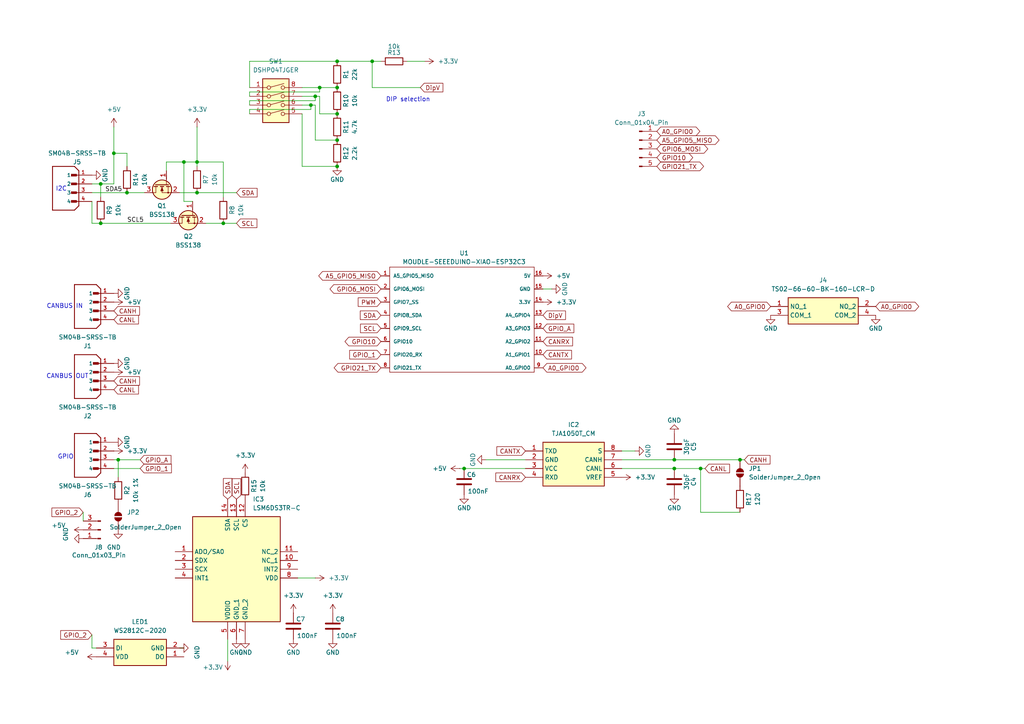
<source format=kicad_sch>
(kicad_sch (version 20231120) (generator "eeschema") (generator_version "8.0")
  (paper "A4")
  (lib_symbols
    (symbol "Connector:Conn_01x03_Pin" (pin_names (offset 1.016) hide)
      (property "Reference" "J" (at 0 5.08 0))
      (property "Value" "Conn_01x03_Pin" (at 0 -5.08 0))
      (symbol "Conn_01x03_Pin_1_1"
        (polyline (pts (xy 1.27 -2.54) (xy 0.8636 -2.54)) (stroke (width 0.1524)))
        (polyline (pts (xy 1.27 0) (xy 0.8636 0)) (stroke (width 0.1524)))
        (polyline (pts (xy 1.27 2.54) (xy 0.8636 2.54)) (stroke (width 0.1524)))
        (rectangle (start 0.8636 -2.413) (end 0 -2.667) (stroke (width 0.1524)) (fill (type outline)))
        (rectangle (start 0.8636 0.127) (end 0 -0.127) (stroke (width 0.1524)) (fill (type outline)))
        (rectangle (start 0.8636 2.667) (end 0 2.413) (stroke (width 0.1524)) (fill (type outline)))
        (pin passive line (at 5.08 2.54 180) (length 3.81) (name "Pin_1") (number "1"))
        (pin passive line (at 5.08 0 180) (length 3.81) (name "Pin_2") (number "2"))
        (pin passive line (at 5.08 -2.54 180) (length 3.81) (name "Pin_3") (number "3"))
      )
    )
    (symbol "Connector:Conn_01x05_Pin" (pin_names (offset 1.016) hide)
      (property "Reference" "J" (at 0 7.62 0))
      (property "Value" "Conn_01x05_Pin" (at 0 -7.62 0))
      (symbol "Conn_01x05_Pin_1_1"
        (polyline (pts (xy 1.27 -5.08) (xy 0.8636 -5.08)) (stroke (width 0.1524)))
        (polyline (pts (xy 1.27 -2.54) (xy 0.8636 -2.54)) (stroke (width 0.1524)))
        (polyline (pts (xy 1.27 0) (xy 0.8636 0)) (stroke (width 0.1524)))
        (polyline (pts (xy 1.27 2.54) (xy 0.8636 2.54)) (stroke (width 0.1524)))
        (polyline (pts (xy 1.27 5.08) (xy 0.8636 5.08)) (stroke (width 0.1524)))
        (rectangle (start 0.8636 -4.953) (end 0 -5.207) (stroke (width 0.1524)) (fill (type outline)))
        (rectangle (start 0.8636 -2.413) (end 0 -2.667) (stroke (width 0.1524)) (fill (type outline)))
        (rectangle (start 0.8636 0.127) (end 0 -0.127) (stroke (width 0.1524)) (fill (type outline)))
        (rectangle (start 0.8636 2.667) (end 0 2.413) (stroke (width 0.1524)) (fill (type outline)))
        (rectangle (start 0.8636 5.207) (end 0 4.953) (stroke (width 0.1524)) (fill (type outline)))
        (pin passive line (at 5.08 5.08 180) (length 3.81) (name "Pin_1") (number "1"))
        (pin passive line (at 5.08 2.54 180) (length 3.81) (name "Pin_2") (number "2"))
        (pin passive line (at 5.08 0 180) (length 3.81) (name "Pin_3") (number "3"))
        (pin passive line (at 5.08 -2.54 180) (length 3.81) (name "Pin_4") (number "4"))
        (pin passive line (at 5.08 -5.08 180) (length 3.81) (name "Pin_5") (number "5"))
      )
    )
    (symbol "Device:C" (pin_numbers hide) (pin_names (offset 0.254))
      (property "Reference" "C" (at 0.635 2.54 0))
      (property "Value" "C" (at 0.635 -2.54 0))
      (symbol "C_0_1"
        (polyline (pts (xy -2.032 -0.762) (xy 2.032 -0.762)) (stroke (width 0.508)))
        (polyline (pts (xy -2.032 0.762) (xy 2.032 0.762)) (stroke (width 0.508)))
      )
      (symbol "C_1_1"
        (pin passive line (at 0 3.81 270) (length 2.794) (name "~") (number "1"))
        (pin passive line (at 0 -3.81 90) (length 2.794) (name "~") (number "2"))
      )
    )
    (symbol "Device:R" (pin_numbers hide) (pin_names (offset 0))
      (property "Reference" "R" (at 2.032 0 90))
      (property "Value" "R" (at 0 0 90))
      (symbol "R_0_1"
        (rectangle (start -1.016 -2.54) (end 1.016 2.54) (stroke (width 0.254)))
      )
      (symbol "R_1_1"
        (pin passive line (at 0 3.81 270) (length 1.27) (name "~") (number "1"))
        (pin passive line (at 0 -3.81 90) (length 1.27) (name "~") (number "2"))
      )
    )
    (symbol "Jumper:SolderJumper_2_Open" (pin_numbers hide) (pin_names (offset 0) hide) (exclude_from_sim yes) (in_bom no)
      (property "Reference" "JP" (at 0 2.032 0))
      (property "Value" "SolderJumper_2_Open" (at 0 -2.54 0))
      (symbol "SolderJumper_2_Open_0_1"
        (arc (start -0.254 1.016) (mid -1.2656 0) (end -0.254 -1.016))
        (arc (start -0.254 1.016) (mid -1.2656 0) (end -0.254 -1.016) (fill (type outline)))
        (polyline (pts (xy -0.254 1.016) (xy -0.254 -1.016)))
        (polyline (pts (xy 0.254 1.016) (xy 0.254 -1.016)))
        (arc (start 0.254 -1.016) (mid 1.2656 0) (end 0.254 1.016))
        (arc (start 0.254 -1.016) (mid 1.2656 0) (end 0.254 1.016) (fill (type outline)))
      )
      (symbol "SolderJumper_2_Open_1_1"
        (pin passive line (at -3.81 0 0) (length 2.54) (name "A") (number "1"))
        (pin passive line (at 3.81 0 180) (length 2.54) (name "B") (number "2"))
      )
    )
    (symbol "PCM_Transistor_MOSFET_AKL:BSS138" (pin_names hide)
      (property "Reference" "Q" (at 5.08 1.27 0))
      (property "Value" "BSS138" (at 5.08 -1.27 0))
      (symbol "BSS138_0_1"
        (polyline (pts (xy 0.254 -1.27) (xy -2.54 -1.27)))
        (polyline (pts (xy 0.254 1.905) (xy 0.254 -1.905)) (stroke (width 0.254)))
        (polyline (pts (xy 0.762 -1.778) (xy 2.54 -1.778)))
        (polyline (pts (xy 0.762 -1.27) (xy 0.762 -2.286)) (stroke (width 0.254)))
        (polyline (pts (xy 0.762 0.508) (xy 0.762 -0.508)) (stroke (width 0.254)))
        (polyline (pts (xy 0.762 2.286) (xy 0.762 1.27)) (stroke (width 0.254)))
        (polyline (pts (xy 2.54 1.778) (xy 0.762 1.778)))
        (polyline (pts (xy 2.54 2.54) (xy 2.54 1.778)))
        (polyline (pts (xy 2.54 -2.54) (xy 2.54 0) (xy 0.762 0)))
        (polyline (pts (xy 1.016 0) (xy 2.032 0.381) (xy 2.032 -0.381) (xy 1.016 0)) (fill (type outline)))
        (circle (center 1.651 0) (radius 2.794) (stroke (width 0.254)) (fill (type background)))
        (circle (center 2.54 -1.778) (radius 0.1778) (fill (type outline)))
      )
      (symbol "BSS138_1_1"
        (pin input line (at -3.81 -1.27 0) (length 2.54) (name "G") (number "1"))
        (pin passive line (at 2.54 -5.08 90) (length 2.54) (name "S") (number "2"))
        (pin passive line (at 2.54 5.08 270) (length 2.54) (name "D") (number "3"))
      )
    )
    (symbol "SamacSys_Parts:B4B-XH-A_LF__SN_" (pin_names (offset 1.016))
      (property "Reference" "J" (at -2.54 6.35 0))
      (property "Value" "B4B-XH-A_LF__SN_" (at -2.54 -10.16 0))
      (symbol "B4B-XH-A_LF__SN__0_0"
        (rectangle (start -3.175 -5.3975) (end -1.5875 -4.7625) (stroke (width 0.1)) (fill (type outline)))
        (rectangle (start -3.175 -2.8575) (end -1.5875 -2.2225) (stroke (width 0.1)) (fill (type outline)))
        (rectangle (start -3.175 -0.3175) (end -1.5875 0.3175) (stroke (width 0.1)) (fill (type outline)))
        (rectangle (start -3.175 2.2225) (end -1.5875 2.8575) (stroke (width 0.1)) (fill (type outline)))
        (polyline (pts (xy -3.81 -6.35) (xy -2.54 -7.62)) (stroke (width 0.254)))
        (polyline (pts (xy -3.81 3.81) (xy -3.81 -6.35)) (stroke (width 0.254)))
        (polyline (pts (xy -3.81 3.81) (xy -2.54 5.08)) (stroke (width 0.254)))
        (polyline (pts (xy -2.54 -7.62) (xy 3.81 -7.62)) (stroke (width 0.254)))
        (polyline (pts (xy 3.81 -7.62) (xy 3.81 5.08)) (stroke (width 0.254)))
        (polyline (pts (xy 3.81 5.08) (xy -2.54 5.08)) (stroke (width 0.254)))
        (pin passive line (at -7.62 2.54 0) (length 5.08) (name "1") (number "1"))
        (pin passive line (at -7.62 0 0) (length 5.08) (name "2") (number "2"))
        (pin passive line (at -7.62 -2.54 0) (length 5.08) (name "3") (number "3"))
        (pin passive line (at -7.62 -5.08 0) (length 5.08) (name "4") (number "4"))
      )
    )
    (symbol "SamacSys_Parts:ESP32_C3_Super_mini" (pin_names (offset 1.016))
      (property "Reference" "U1" (at 0.254 -18.034 0))
      (property "Value" "ESP32_C3_Super_mini" (at 0.254 -20.574 0))
      (symbol "ESP32_C3_Super_mini_0_0"
        (polyline (pts (xy -22.86 -15.24) (xy -21.59 -15.24)) (stroke (width 0.1524)))
        (polyline (pts (xy -21.59 -16.51) (xy -21.59 0)) (stroke (width 0.1524)))
        (polyline (pts (xy -21.59 -11.43) (xy -22.86 -11.43)) (stroke (width 0.1524)))
        (polyline (pts (xy -21.59 -7.62) (xy -22.86 -7.62)) (stroke (width 0.1524)))
        (polyline (pts (xy -21.59 -3.81) (xy -22.86 -3.81)) (stroke (width 0.1524)))
        (polyline (pts (xy -21.59 0) (xy -22.86 0)) (stroke (width 0.1524)))
        (polyline (pts (xy -21.59 0) (xy -21.59 3.81)) (stroke (width 0.1524)))
        (polyline (pts (xy -21.59 3.81) (xy -22.86 3.81)) (stroke (width 0.1524)))
        (polyline (pts (xy -21.59 3.81) (xy -21.59 7.62)) (stroke (width 0.1524)))
        (polyline (pts (xy -21.59 7.62) (xy -22.86 7.62)) (stroke (width 0.1524)))
        (polyline (pts (xy -21.59 7.62) (xy -21.59 11.43)) (stroke (width 0.1524)))
        (polyline (pts (xy -21.59 11.43) (xy -22.86 11.43)) (stroke (width 0.1524)))
        (polyline (pts (xy -21.59 11.43) (xy -21.59 13.97)) (stroke (width 0.1524)))
        (polyline (pts (xy -21.59 13.97) (xy 20.32 13.97)) (stroke (width 0.1524)))
        (polyline (pts (xy 20.32 -16.51) (xy -21.59 -16.51)) (stroke (width 0.1524)))
        (polyline (pts (xy 20.32 0) (xy 20.32 -3.81)) (stroke (width 0.1524)))
        (polyline (pts (xy 20.32 3.81) (xy 20.32 -16.51)) (stroke (width 0.1524)))
        (polyline (pts (xy 20.32 3.81) (xy 20.32 0)) (stroke (width 0.1524)))
        (polyline (pts (xy 20.32 13.97) (xy 20.32 3.81)) (stroke (width 0.1524)))
        (polyline (pts (xy 21.59 -15.24) (xy 20.32 -15.24)) (stroke (width 0.1524)))
        (polyline (pts (xy 21.59 -11.43) (xy 20.32 -11.43)) (stroke (width 0.1524)))
        (polyline (pts (xy 21.59 -7.62) (xy 20.32 -7.62)) (stroke (width 0.1524)))
        (polyline (pts (xy 21.59 -3.81) (xy 20.32 -3.81)) (stroke (width 0.1524)))
        (polyline (pts (xy 21.59 0) (xy 20.32 0)) (stroke (width 0.1524)))
        (polyline (pts (xy 21.59 3.81) (xy 20.32 3.81)) (stroke (width 0.1524)))
        (polyline (pts (xy 21.59 7.62) (xy 20.32 7.62)) (stroke (width 0.1524)))
        (polyline (pts (xy 21.59 11.43) (xy 20.32 11.43)) (stroke (width 0.1524)))
      )
      (symbol "ESP32_C3_Super_mini_1_0"
        (pin bidirectional line (at -24.13 11.43 0) (length 2.54) (name "A5_GPIO5_MISO") (number "1"))
        (pin bidirectional line (at 22.86 -11.43 180) (length 2.54) (name "A1_GPIO1") (number "10"))
        (pin bidirectional line (at 22.86 -7.62 180) (length 2.54) (name "A2_GPIO2") (number "11"))
        (pin bidirectional line (at 22.86 -3.81 180) (length 2.54) (name "A3_GPIO3") (number "12"))
        (pin bidirectional line (at 22.86 0 180) (length 2.54) (name "A4_GPIO4") (number "13"))
        (pin bidirectional line (at 22.86 3.81 180) (length 2.54) (name "3.3V") (number "14"))
        (pin bidirectional line (at 22.86 7.62 180) (length 2.54) (name "GND") (number "15"))
        (pin bidirectional line (at 22.86 11.43 180) (length 2.54) (name "5V") (number "16"))
        (pin bidirectional line (at -24.13 7.62 0) (length 2.54) (name "GPIO6_MOSI") (number "2"))
        (pin bidirectional line (at -24.13 3.81 0) (length 2.54) (name "GPIO7_SS") (number "3"))
        (pin bidirectional line (at -24.13 0 0) (length 2.54) (name "GPIO8_SDA") (number "4"))
        (pin bidirectional line (at -24.13 -3.81 0) (length 2.54) (name "GPIO9_SCL") (number "5"))
        (pin bidirectional line (at -24.13 -7.62 0) (length 2.54) (name "GPIO10") (number "6"))
        (pin bidirectional line (at -24.13 -11.43 0) (length 2.54) (name "GPIO20_RX") (number "7"))
        (pin bidirectional line (at -24.13 -15.24 0) (length 2.54) (name "GPIO21_TX") (number "8"))
        (pin bidirectional line (at 22.86 -15.24 180) (length 2.54) (name "A0_GPIO0") (number "9"))
      )
    )
    (symbol "SamacSys_Parts:LSM6DS3TR-C"
      (property "Reference" "IC" (at 31.75 15.24 0))
      (property "Value" "LSM6DS3TR-C" (at 31.75 12.7 0))
      (symbol "LSM6DS3TR-C_1_1"
        (rectangle (start 5.08 10.16) (end 30.48 -20.32) (stroke (width 0.254)) (fill (type background)))
        (pin passive line (at 0 0 0) (length 5.08) (name "ADO/SA0") (number "1"))
        (pin passive line (at 35.56 -2.54 180) (length 5.08) (name "NC_1") (number "10"))
        (pin passive line (at 35.56 0 180) (length 5.08) (name "NC_2") (number "11"))
        (pin passive line (at 20.32 15.24 270) (length 5.08) (name "CS") (number "12"))
        (pin passive line (at 17.78 15.24 270) (length 5.08) (name "SCL") (number "13"))
        (pin passive line (at 15.24 15.24 270) (length 5.08) (name "SDA") (number "14"))
        (pin passive line (at 0 -2.54 0) (length 5.08) (name "SDX") (number "2"))
        (pin passive line (at 0 -5.08 0) (length 5.08) (name "SCX") (number "3"))
        (pin passive line (at 0 -7.62 0) (length 5.08) (name "INT1") (number "4"))
        (pin passive line (at 15.24 -25.4 90) (length 5.08) (name "VDDIO") (number "5"))
        (pin passive line (at 17.78 -25.4 90) (length 5.08) (name "GND_1") (number "6"))
        (pin passive line (at 20.32 -25.4 90) (length 5.08) (name "GND_2") (number "7"))
        (pin passive line (at 35.56 -7.62 180) (length 5.08) (name "VDD") (number "8"))
        (pin passive line (at 35.56 -5.08 180) (length 5.08) (name "INT2") (number "9"))
      )
    )
    (symbol "SamacSys_Parts:TJA1050T_CM"
      (property "Reference" "IC" (at 24.13 7.62 0))
      (property "Value" "TJA1050T_CM" (at 24.13 5.08 0))
      (symbol "TJA1050T_CM_1_1"
        (rectangle (start 5.08 2.54) (end 22.86 -10.16) (stroke (width 0.254)) (fill (type background)))
        (pin passive line (at 0 0 0) (length 5.08) (name "TXD") (number "1"))
        (pin passive line (at 0 -2.54 0) (length 5.08) (name "GND") (number "2"))
        (pin passive line (at 0 -5.08 0) (length 5.08) (name "VCC") (number "3"))
        (pin passive line (at 0 -7.62 0) (length 5.08) (name "RXD") (number "4"))
        (pin passive line (at 27.94 -7.62 180) (length 5.08) (name "VREF") (number "5"))
        (pin passive line (at 27.94 -5.08 180) (length 5.08) (name "CANL") (number "6"))
        (pin passive line (at 27.94 -2.54 180) (length 5.08) (name "CANH") (number "7"))
        (pin passive line (at 27.94 0 180) (length 5.08) (name "S") (number "8"))
      )
    )
    (symbol "SamacSys_Parts:TS02-66-60-BK-160-LCR-D"
      (property "Reference" "J" (at 26.67 7.62 0))
      (property "Value" "TS02-66-60-BK-160-LCR-D" (at 26.67 5.08 0))
      (symbol "TS02-66-60-BK-160-LCR-D_1_1"
        (rectangle (start 5.08 2.54) (end 25.4 -5.08) (stroke (width 0.254)) (fill (type background)))
        (pin passive line (at 0 0 0) (length 5.08) (name "NO_1") (number "1"))
        (pin passive line (at 30.48 0 180) (length 5.08) (name "NO_2") (number "2"))
        (pin passive line (at 0 -2.54 0) (length 5.08) (name "COM_1") (number "3"))
        (pin passive line (at 30.48 -2.54 180) (length 5.08) (name "COM_2") (number "4"))
      )
    )
    (symbol "SamacSys_Parts:WS2812C-2020"
      (property "Reference" "LED" (at 21.59 7.62 0))
      (property "Value" "WS2812C-2020" (at 21.59 5.08 0))
      (symbol "WS2812C-2020_1_1"
        (rectangle (start 5.08 2.54) (end 20.32 -5.08) (stroke (width 0.254)) (fill (type background)))
        (pin passive line (at 25.4 -2.54 180) (length 5.08) (name "DO") (number "1"))
        (pin passive line (at 25.4 0 180) (length 5.08) (name "GND") (number "2"))
        (pin passive line (at 0 0 0) (length 5.08) (name "DI") (number "3"))
        (pin passive line (at 0 -2.54 0) (length 5.08) (name "VDD") (number "4"))
      )
    )
    (symbol "Switch:SW_DIP_x04" (pin_names (offset 0) hide)
      (property "Reference" "SW" (at 0 8.89 0))
      (property "Value" "SW_DIP_x04" (at 0 -6.35 0))
      (symbol "SW_DIP_x04_0_0"
        (circle (center -2.032 -2.54) (radius 0.508))
        (circle (center -2.032 0) (radius 0.508))
        (circle (center -2.032 2.54) (radius 0.508))
        (circle (center -2.032 5.08) (radius 0.508))
        (polyline (pts (xy -1.524 -2.3876) (xy 2.3622 -1.3462)))
        (polyline (pts (xy -1.524 0.127) (xy 2.3622 1.1684)))
        (polyline (pts (xy -1.524 2.667) (xy 2.3622 3.7084)))
        (polyline (pts (xy -1.524 5.207) (xy 2.3622 6.2484)))
        (circle (center 2.032 -2.54) (radius 0.508))
        (circle (center 2.032 0) (radius 0.508))
        (circle (center 2.032 2.54) (radius 0.508))
        (circle (center 2.032 5.08) (radius 0.508))
      )
      (symbol "SW_DIP_x04_0_1"
        (rectangle (start -3.81 7.62) (end 3.81 -5.08) (stroke (width 0.254)) (fill (type background)))
      )
      (symbol "SW_DIP_x04_1_1"
        (pin passive line (at -7.62 5.08 0) (length 5.08) (name "~") (number "1"))
        (pin passive line (at -7.62 2.54 0) (length 5.08) (name "~") (number "2"))
        (pin passive line (at -7.62 0 0) (length 5.08) (name "~") (number "3"))
        (pin passive line (at -7.62 -2.54 0) (length 5.08) (name "~") (number "4"))
        (pin passive line (at 7.62 -2.54 180) (length 5.08) (name "~") (number "5"))
        (pin passive line (at 7.62 0 180) (length 5.08) (name "~") (number "6"))
        (pin passive line (at 7.62 2.54 180) (length 5.08) (name "~") (number "7"))
        (pin passive line (at 7.62 5.08 180) (length 5.08) (name "~") (number "8"))
      )
    )
    (symbol "power:+3.3V" (power) (pin_numbers hide) (pin_names (offset 0) hide)
      (property "Value" "+3.3V" (at 0 3.556 0))
      (symbol "+3.3V_0_1"
        (polyline (pts (xy -0.762 1.27) (xy 0 2.54)))
        (polyline (pts (xy 0 0) (xy 0 2.54)))
        (polyline (pts (xy 0 2.54) (xy 0.762 1.27)))
      )
      (symbol "+3.3V_1_1"
        (pin power_in line (at 0 0 90) (length 0) (name "~") (number "1"))
      )
    )
    (symbol "power:+5V" (power) (pin_numbers hide) (pin_names (offset 0) hide)
      (property "Value" "+5V" (at 0 3.556 0))
      (symbol "+5V_0_1"
        (polyline (pts (xy -0.762 1.27) (xy 0 2.54)))
        (polyline (pts (xy 0 0) (xy 0 2.54)))
        (polyline (pts (xy 0 2.54) (xy 0.762 1.27)))
      )
      (symbol "+5V_1_1"
        (pin power_in line (at 0 0 90) (length 0) (name "~") (number "1"))
      )
    )
    (symbol "power:GND" (power) (pin_names (offset 0))
      (property "Value" "GND" (at 0 -3.81 0))
      (symbol "GND_0_1"
        (polyline (pts (xy 0 0) (xy 0 -1.27) (xy 1.27 -1.27) (xy 0 -2.54) (xy -1.27 -1.27) (xy 0 -1.27)))
      )
      (symbol "GND_1_1"
        (pin power_in line (at 0 0 270) (length 0) hide (name "GND") (number "1"))
      )
    )
  )
  (junction (at 203.2 135.89))
  (junction (at 29.21 64.77))
  (junction (at 34.29 133.35))
  (junction (at 57.15 55.88))
  (junction (at 64.77 64.77))
  (junction (at 53.34 46.99))
  (junction (at 97.79 25.4))
  (junction (at 97.79 33.02))
  (junction (at 90.17 30.48))
  (junction (at 195.58 135.89))
  (junction (at 97.79 17.78))
  (junction (at 33.02 44.45))
  (junction (at 134.62 135.89))
  (junction (at 214.63 133.35))
  (junction (at 97.79 48.26))
  (junction (at 29.21 53.34))
  (junction (at 195.58 133.35))
  (junction (at 92.71 25.4))
  (junction (at 91.44 27.94))
  (junction (at 36.83 55.88))
  (junction (at 57.15 46.99))
  (junction (at 107.95 17.78))
  (junction (at 97.79 40.64))
  (wire (pts (xy 91.44 167.64) (xy 86.36 167.64)))
  (wire (pts (xy 33.02 53.34) (xy 29.21 53.34)))
  (wire (pts (xy 91.44 27.94) (xy 92.71 27.94)))
  (wire (pts (xy 36.83 44.45) (xy 33.02 44.45)))
  (wire (pts (xy 72.39 17.78) (xy 97.79 17.78)))
  (wire (pts (xy 57.15 36.83) (xy 57.15 46.99)))
  (wire (pts (xy 53.34 58.42) (xy 55.88 58.42)))
  (wire (pts (xy 24.13 148.59) (xy 24.13 151.13)))
  (wire (pts (xy 195.58 133.35) (xy 180.34 133.35)))
  (wire (pts (xy 68.58 64.77) (xy 64.77 64.77)))
  (wire (pts (xy 33.02 44.45) (xy 33.02 53.34)))
  (wire (pts (xy 118.11 17.78) (xy 123.19 17.78)))
  (wire (pts (xy 91.44 40.64) (xy 97.79 40.64)))
  (wire (pts (xy 203.2 148.59) (xy 203.2 135.89)))
  (wire (pts (xy 72.39 30.48) (xy 72.39 29.21)))
  (wire (pts (xy 53.34 187.96) (xy 52.07 187.96)))
  (wire (pts (xy 92.71 27.94) (xy 92.71 33.02)))
  (wire (pts (xy 107.95 17.78) (xy 107.95 25.4)))
  (wire (pts (xy 72.39 33.02) (xy 72.39 31.75)))
  (wire (pts (xy 59.69 64.77) (xy 64.77 64.77)))
  (wire (pts (xy 66.04 191.77) (xy 66.04 185.42)))
  (wire (pts (xy 72.39 31.75) (xy 90.17 31.75)))
  (wire (pts (xy 53.34 46.99) (xy 57.15 46.99)))
  (wire (pts (xy 26.67 187.96) (xy 27.94 187.96)))
  (wire (pts (xy 29.21 53.34) (xy 29.21 57.15)))
  (wire (pts (xy 90.17 30.48) (xy 91.44 30.48)))
  (wire (pts (xy 72.39 26.67) (xy 92.71 26.67)))
  (wire (pts (xy 34.29 138.43) (xy 34.29 133.35)))
  (wire (pts (xy 87.63 25.4) (xy 92.71 25.4)))
  (wire (pts (xy 26.67 55.88) (xy 36.83 55.88)))
  (wire (pts (xy 97.79 17.78) (xy 107.95 17.78)))
  (wire (pts (xy 48.26 46.99) (xy 53.34 46.99)))
  (wire (pts (xy 215.9 133.35) (xy 214.63 133.35)))
  (wire (pts (xy 57.15 55.88) (xy 52.07 55.88)))
  (wire (pts (xy 26.67 64.77) (xy 26.67 58.42)))
  (wire (pts (xy 57.15 46.99) (xy 57.15 48.26)))
  (wire (pts (xy 40.64 135.89) (xy 33.02 135.89)))
  (wire (pts (xy 214.63 133.35) (xy 195.58 133.35)))
  (wire (pts (xy 87.63 48.26) (xy 97.79 48.26)))
  (wire (pts (xy 36.83 48.26) (xy 36.83 44.45)))
  (wire (pts (xy 68.58 55.88) (xy 57.15 55.88)))
  (wire (pts (xy 87.63 30.48) (xy 90.17 30.48)))
  (wire (pts (xy 92.71 26.67) (xy 92.71 25.4)))
  (wire (pts (xy 29.21 64.77) (xy 26.67 64.77)))
  (wire (pts (xy 33.02 133.35) (xy 34.29 133.35)))
  (wire (pts (xy 92.71 33.02) (xy 97.79 33.02)))
  (wire (pts (xy 26.67 184.15) (xy 26.67 187.96)))
  (wire (pts (xy 140.97 133.35) (xy 152.4 133.35)))
  (wire (pts (xy 92.71 25.4) (xy 97.79 25.4)))
  (wire (pts (xy 90.17 31.75) (xy 90.17 30.48)))
  (wire (pts (xy 204.47 135.89) (xy 203.2 135.89)))
  (wire (pts (xy 91.44 29.21) (xy 91.44 27.94)))
  (wire (pts (xy 107.95 25.4) (xy 121.92 25.4)))
  (wire (pts (xy 87.63 33.02) (xy 87.63 48.26)))
  (wire (pts (xy 91.44 30.48) (xy 91.44 40.64)))
  (wire (pts (xy 49.53 64.77) (xy 29.21 64.77)))
  (wire (pts (xy 64.77 46.99) (xy 57.15 46.99)))
  (wire (pts (xy 203.2 135.89) (xy 195.58 135.89)))
  (wire (pts (xy 72.39 27.94) (xy 72.39 26.67)))
  (wire (pts (xy 34.29 133.35) (xy 40.64 133.35)))
  (wire (pts (xy 195.58 135.89) (xy 180.34 135.89)))
  (wire (pts (xy 133.35 135.89) (xy 134.62 135.89)))
  (wire (pts (xy 214.63 148.59) (xy 203.2 148.59)))
  (wire (pts (xy 48.26 49.53) (xy 48.26 46.99)))
  (wire (pts (xy 87.63 27.94) (xy 91.44 27.94)))
  (wire (pts (xy 134.62 135.89) (xy 152.4 135.89)))
  (wire (pts (xy 53.34 46.99) (xy 53.34 58.42)))
  (wire (pts (xy 180.34 130.81) (xy 184.15 130.81)))
  (wire (pts (xy 36.83 55.88) (xy 41.91 55.88)))
  (wire (pts (xy 160.02 83.82) (xy 157.48 83.82)))
  (wire (pts (xy 72.39 29.21) (xy 91.44 29.21)))
  (wire (pts (xy 72.39 25.4) (xy 72.39 17.78)))
  (wire (pts (xy 29.21 53.34) (xy 26.67 53.34)))
  (wire (pts (xy 33.02 36.83) (xy 33.02 44.45)))
  (wire (pts (xy 107.95 17.78) (xy 110.49 17.78)))
  (wire (pts (xy 64.77 57.15) (xy 64.77 46.99)))
  (text "CANBUS OUT" (at 19.558 109.22 0) (effects (font (size 1.27 1.27))))
  (text "GPIO\n" (at 19.05 132.588 0) (effects (font (size 1.27 1.27))))
  (text "CANBUS IN" (at 18.796 88.9 0) (effects (font (size 1.27 1.27))))
  (text "DIP selection" (at 118.364 28.956 0) (effects (font (size 1.27 1.27))))
  (text "I2C" (at 17.78 54.864 0) (effects (font (size 1.27 1.27))))
  (label "SDA5" (at 30.48 55.88 0))
  (label "SCL5" (at 36.83 64.77 0))
  (global_label "CANTX" (shape input) (at 152.4 130.81 180) (property "Intersheetrefs" "${INTERSHEET_REFS}" (effects (hide yes))))
  (global_label "SDA" (shape input) (at 66.04 144.78 90) (property "Intersheetrefs" "${INTERSHEET_REFS}" (effects (hide yes))))
  (global_label "GPIO_A" (shape input) (at 157.48 95.25 0) (property "Intersheetrefs" "${INTERSHEET_REFS}" (effects (hide yes))))
  (global_label "GPIO_A" (shape input) (at 40.64 133.35 0) (property "Intersheetrefs" "${INTERSHEET_REFS}" (effects (hide yes))))
  (global_label "CANRX" (shape input) (at 152.4 138.43 180) (property "Intersheetrefs" "${INTERSHEET_REFS}" (effects (hide yes))))
  (global_label "CANH" (shape input) (at 33.02 110.49 0) (property "Intersheetrefs" "${INTERSHEET_REFS}" (effects (hide yes))))
  (global_label "GPIO21_TX" (shape bidirectional) (at 190.5 48.26 0) (property "Intersheetrefs" "${INTERSHEET_REFS}" (effects (hide yes))))
  (global_label "GPIO_1" (shape input) (at 110.49 102.87 180) (property "Intersheetrefs" "${INTERSHEET_REFS}" (effects (hide yes))))
  (global_label "GPIO_2" (shape input) (at 24.13 148.59 180) (property "Intersheetrefs" "${INTERSHEET_REFS}" (effects (hide yes))))
  (global_label "GPIO10" (shape bidirectional) (at 190.5 45.72 0) (property "Intersheetrefs" "${INTERSHEET_REFS}" (effects (hide yes))))
  (global_label "DipV" (shape input) (at 121.92 25.4 0) (property "Intersheetrefs" "${INTERSHEET_REFS}" (effects (hide yes))))
  (global_label "CANL" (shape input) (at 204.47 135.89 0) (property "Intersheetrefs" "${INTERSHEET_REFS}" (effects (hide yes))))
  (global_label "GPIO6_MOSI" (shape bidirectional) (at 110.49 83.82 180) (property "Intersheetrefs" "${INTERSHEET_REFS}" (effects (hide yes))))
  (global_label "SCL" (shape input) (at 68.58 64.77 0) (property "Intersheetrefs" "${INTERSHEET_REFS}" (effects (hide yes))))
  (global_label "A0_GPIO0" (shape bidirectional) (at 157.48 106.68 0) (property "Intersheetrefs" "${INTERSHEET_REFS}" (effects (hide yes))))
  (global_label "GPIO6_MOSI" (shape bidirectional) (at 190.5 43.18 0) (property "Intersheetrefs" "${INTERSHEET_REFS}" (effects (hide yes))))
  (global_label "CANRX" (shape input) (at 157.48 99.06 0) (property "Intersheetrefs" "${INTERSHEET_REFS}" (effects (hide yes))))
  (global_label "A0_GPIO0" (shape bidirectional) (at 190.5 38.1 0) (property "Intersheetrefs" "${INTERSHEET_REFS}" (effects (hide yes))))
  (global_label "CANH" (shape input) (at 33.02 90.17 0) (property "Intersheetrefs" "${INTERSHEET_REFS}" (effects (hide yes))))
  (global_label "A0_GPIO0" (shape bidirectional) (at 223.52 88.9 180) (property "Intersheetrefs" "${INTERSHEET_REFS}" (effects (hide yes))))
  (global_label "CANL" (shape input) (at 33.02 113.03 0) (property "Intersheetrefs" "${INTERSHEET_REFS}" (effects (hide yes))))
  (global_label "CANH" (shape input) (at 215.9 133.35 0) (property "Intersheetrefs" "${INTERSHEET_REFS}" (effects (hide yes))))
  (global_label "A5_GPIO5_MISO" (shape bidirectional) (at 110.49 80.01 180) (property "Intersheetrefs" "${INTERSHEET_REFS}" (effects (hide yes))))
  (global_label "GPIO_1" (shape input) (at 40.64 135.89 0) (property "Intersheetrefs" "${INTERSHEET_REFS}" (effects (hide yes))))
  (global_label "GPIO10" (shape bidirectional) (at 110.49 99.06 180) (property "Intersheetrefs" "${INTERSHEET_REFS}" (effects (hide yes))))
  (global_label "A5_GPIO5_MISO" (shape bidirectional) (at 190.5 40.64 0) (property "Intersheetrefs" "${INTERSHEET_REFS}" (effects (hide yes))))
  (global_label "CANL" (shape input) (at 33.02 92.71 0) (property "Intersheetrefs" "${INTERSHEET_REFS}" (effects (hide yes))))
  (global_label "A0_GPIO0" (shape bidirectional) (at 254 88.9 0) (property "Intersheetrefs" "${INTERSHEET_REFS}" (effects (hide yes))))
  (global_label "GPIO21_TX" (shape bidirectional) (at 110.49 106.68 180) (property "Intersheetrefs" "${INTERSHEET_REFS}" (effects (hide yes))))
  (global_label "SDA" (shape input) (at 110.49 91.44 180) (property "Intersheetrefs" "${INTERSHEET_REFS}" (effects (hide yes))))
  (global_label "DipV" (shape input) (at 157.48 91.44 0) (property "Intersheetrefs" "${INTERSHEET_REFS}" (effects (hide yes))))
  (global_label "SCL" (shape input) (at 68.58 144.78 90) (property "Intersheetrefs" "${INTERSHEET_REFS}" (effects (hide yes))))
  (global_label "SCL" (shape input) (at 110.49 95.25 180) (property "Intersheetrefs" "${INTERSHEET_REFS}" (effects (hide yes))))
  (global_label "PWM" (shape input) (at 110.49 87.63 180) (property "Intersheetrefs" "${INTERSHEET_REFS}" (effects (hide yes))))
  (global_label "SDA" (shape input) (at 68.58 55.88 0) (property "Intersheetrefs" "${INTERSHEET_REFS}" (effects (hide yes))))
  (global_label "GPIO_2" (shape input) (at 26.67 184.15 180) (property "Intersheetrefs" "${INTERSHEET_REFS}" (effects (hide yes))))
  (global_label "CANTX" (shape input) (at 157.48 102.87 0) (property "Intersheetrefs" "${INTERSHEET_REFS}" (effects (hide yes))))
  (symbol (lib_id "power:GND") (at 223.52 91.44 0) (unit 1)
    (property "Reference" "#PWR03" (effects (hide yes)))
    (property "Value" "GND" (at 223.52 95.25 0))
  )
  (symbol (lib_id "Connector:Conn_01x03_Pin") (at 29.21 153.67 180) (unit 1)
    (property "Reference" "J8" (at 28.575 158.75 0))
    (property "Value" "Conn_01x03_Pin" (at 28.702 161.036 0))
    (property "Footprint" "Connector_PinHeader_2.54mm:PinHeader_1x03_P2.54mm_Vertical" (effects (hide yes)))
    (property "Description" "Generic connector, single row, 01x03, script generated" (effects (hide yes)))
  )
  (symbol (lib_id "power:GND") (at 71.12 185.42 0) (unit 1)
    (property "Reference" "#PWR036" (effects (hide yes)))
    (property "Value" "GND" (at 71.12 189.23 0))
  )
  (symbol (lib_id "power:+5V") (at 133.35 135.89 90) (unit 1)
    (property "Reference" "#PWR015" (effects (hide yes)))
    (property "Value" "+5V" (at 129.54 135.8899 90) (effects (justify left)))
    (property "Description" "Power symbol creates a global label with name \"+5V\"" (effects (hide yes)))
  )
  (symbol (lib_id "power:GND") (at 85.09 185.42 0) (unit 1)
    (property "Reference" "#PWR041" (effects (hide yes)))
    (property "Value" "GND" (at 85.09 189.23 0))
  )
  (symbol (lib_id "Device:R") (at 29.21 60.96 180) (unit 1)
    (property "Reference" "R9" (at 31.75 60.96 90))
    (property "Value" "10k" (at 34.29 60.96 90))
    (property "Footprint" "Resistor_SMD:R_0402_1005Metric" (effects (hide yes)))
  )
  (symbol (lib_id "power:GND") (at 33.02 85.09 90) (unit 1)
    (property "Reference" "#PWR02" (effects (hide yes)))
    (property "Value" "GND" (at 36.83 85.09 0))
  )
  (symbol (lib_id "Device:R") (at 214.63 144.78 180) (unit 1)
    (property "Reference" "R17" (at 217.17 144.78 90))
    (property "Value" "120" (at 219.71 144.78 90))
    (property "Footprint" "Resistor_SMD:R_0402_1005Metric" (effects (hide yes)))
  )
  (symbol (lib_id "Device:C") (at 134.62 139.7 0) (unit 1)
    (property "Reference" "C6" (at 135.382 137.668 0) (effects (justify left)))
    (property "Value" "100nF" (at 135.636 142.494 0) (effects (justify left)))
    (property "Footprint" "Capacitor_SMD:C_0805_2012Metric" (effects (hide yes)))
    (property "Description" "Unpolarized capacitor" (effects (hide yes)))
  )
  (symbol (lib_id "Device:R") (at 97.79 21.59 180) (unit 1)
    (property "Reference" "R1" (at 100.33 21.59 90))
    (property "Value" "22k" (at 102.87 21.59 90))
    (property "Footprint" "Resistor_SMD:R_0402_1005Metric" (effects (hide yes)))
  )
  (symbol (lib_id "Device:R") (at 114.3 17.78 270) (unit 1)
    (property "Reference" "R13" (at 114.3 15.24 90))
    (property "Value" "10k" (at 114.3 13.462 90))
    (property "Footprint" "Resistor_SMD:R_0402_1005Metric" (effects (hide yes)))
  )
  (symbol (lib_id "power:GND") (at 24.13 156.21 270) (unit 1)
    (property "Reference" "#PWR031" (effects (hide yes)))
    (property "Value" "GND" (at 19.05 154.94 0))
  )
  (symbol (lib_id "SamacSys_Parts:B4B-XH-A_LF__SN_") (at 19.05 53.34 0) (mirror y) (unit 1)
    (property "Reference" "J5" (at 22.352 46.99 0))
    (property "Value" "SM04B-SRSS-TB" (at 22.352 44.45 0))
    (property "Footprint" "Connector_JST:JST_SH_SM04B-SRSS-TB_1x04-1MP_P1.00mm_Horizontal" (effects (hide yes)))
    (property "Description" "JST 4 Pin" (effects (hide yes)))
  )
  (symbol (lib_id "power:GND") (at 184.15 130.81 90) (unit 1)
    (property "Reference" "#PWR019" (effects (hide yes)))
    (property "Value" "GND" (at 187.96 130.81 0))
  )
  (symbol (lib_id "power:GND") (at 26.67 50.8 90) (unit 1)
    (property "Reference" "#PWR05" (effects (hide yes)))
    (property "Value" "GND" (at 30.48 50.8 0))
  )
  (symbol (lib_id "power:GND") (at 96.52 185.42 0) (unit 1)
    (property "Reference" "#PWR044" (effects (hide yes)))
    (property "Value" "GND" (at 96.52 189.23 0))
  )
  (symbol (lib_id "power:+3.3V") (at 66.04 191.77 180) (unit 1)
    (property "Reference" "#PWR039" (effects (hide yes)))
    (property "Value" "+3.3V" (at 61.722 193.548 0))
    (property "Description" "Power symbol creates a global label with name \"+3.3V\"" (effects (hide yes)))
  )
  (symbol (lib_id "power:GND") (at 254 91.44 0) (unit 1)
    (property "Reference" "#PWR012" (effects (hide yes)))
    (property "Value" "GND" (at 254 95.25 0))
  )
  (symbol (lib_id "power:GND") (at 160.02 83.82 90) (unit 1)
    (property "Reference" "#PWR09" (effects (hide yes)))
    (property "Value" "GND" (at 163.83 83.82 0))
  )
  (symbol (lib_id "power:+3.3V") (at 91.44 167.64 270) (unit 1)
    (property "Reference" "#PWR038" (effects (hide yes)))
    (property "Value" "+3.3V" (at 95.25 167.6399 90) (effects (justify left)))
    (property "Description" "Power symbol creates a global label with name \"+3.3V\"" (effects (hide yes)))
  )
  (symbol (lib_id "SamacSys_Parts:TS02-66-60-BK-160-LCR-D") (at 223.52 88.9 0) (unit 1)
    (property "Reference" "J4" (at 238.76 81.28 0))
    (property "Value" "TS02-66-60-BK-160-LCR-D" (at 238.76 83.82 0))
    (property "Footprint" "TS026660BK160LCRD" (effects (hide yes)))
    (property "Datasheet" "https://www.sameskydevices.com/product/resource/supplyframepdf/ts02.pdf" (effects (hide yes)))
    (property "Description" "6 x 6 mm, 6 mm Actuator Height, 160 gf, Black, Long Crimped, Through Hole, SPST, Tactile Switch" (effects (hide yes)))
    (property "Height" "6.2" (effects (hide yes)))
    (property "Manufacturer_Name" "Same Sky" (effects (hide yes)))
    (property "Manufacturer_Part_Number" "TS02-66-60-BK-160-LCR-D" (effects (hide yes)))
    (property "Mouser Part Number" "179-TS026660BK160LCR" (effects (hide yes)))
    (property "Mouser Price/Stock" "https://www.mouser.co.uk/ProductDetail/CUI-Devices/TS02-66-60-BK-160-LCR-D?qs=A6eO%252BMLsxmT2go%252BgKJKEow%3D%3D" (effects (hide yes)))
    (property "Arrow Part Number" "TS02-66-60-BK-160-LCR-D" (effects (hide yes)))
    (property "Arrow Price/Stock" "https://www.arrow.com/en/products/ts02-66-60-bk-160-lcr-d/cui-devices?region=nac" (effects (hide yes)))
  )
  (symbol (lib_id "power:GND") (at 97.79 48.26 0) (unit 1)
    (property "Reference" "#PWR08" (effects (hide yes)))
    (property "Value" "GND" (at 97.79 52.07 0))
  )
  (symbol (lib_id "power:+5V") (at 24.13 153.67 90) (unit 1)
    (property "Reference" "#PWR030" (effects (hide yes)))
    (property "Value" "+5V" (at 19.05 152.4001 90) (effects (justify left)))
    (property "Description" "Power symbol creates a global label with name \"+5V\"" (effects (hide yes)))
  )
  (symbol (lib_id "power:+5V") (at 33.02 36.83 0) (unit 1)
    (property "Reference" "#PWR01" (effects (hide yes)))
    (property "Value" "+5V" (at 33.02 31.75 0))
    (property "Description" "Power symbol creates a global label with name \"+5V\"" (effects (hide yes)))
  )
  (symbol (lib_id "power:+3.3V") (at 157.48 87.63 270) (unit 1)
    (property "Reference" "#PWR04" (effects (hide yes)))
    (property "Value" "+3.3V" (at 161.29 87.6299 90) (effects (justify left)))
    (property "Description" "Power symbol creates a global label with name \"+3.3V\"" (effects (hide yes)))
  )
  (symbol (lib_id "power:+3.3V") (at 85.09 177.8 0) (unit 1)
    (property "Reference" "#PWR040" (effects (hide yes)))
    (property "Value" "+3.3V" (at 85.09 172.72 0))
    (property "Description" "Power symbol creates a global label with name \"+3.3V\"" (effects (hide yes)))
  )
  (symbol (lib_id "Switch:SW_DIP_x04") (at 80.01 30.48 0) (unit 1)
    (property "Reference" "SW1" (at 80.01 17.78 0))
    (property "Value" "DSHP04TJGER" (at 80.01 20.32 0))
    (property "Footprint" "Button_Switch_SMD:SW_DIP_SPSTx04_Slide_Copal_CHS-04A_W5.08mm_P1.27mm_JPin" (effects (hide yes)))
    (property "Description" "4x DIP Switch, Single Pole Single Throw (SPST) switch, small symbol" (effects (hide yes)))
  )
  (symbol (lib_id "Device:C") (at 195.58 129.54 180) (unit 1)
    (property "Reference" "C5" (at 201.168 129.54 90))
    (property "Value" "30pF" (at 199.136 129.54 90))
    (property "Footprint" "Capacitor_SMD:C_0805_2012Metric" (effects (hide yes)))
    (property "Description" "Unpolarized capacitor" (effects (hide yes)))
  )
  (symbol (lib_id "power:GND") (at 34.29 153.67 0) (unit 1)
    (property "Reference" "#PWR010" (effects (hide yes)))
    (property "Value" "GND" (at 33.02 158.75 0))
  )
  (symbol (lib_id "Device:R") (at 71.12 140.97 180) (unit 1)
    (property "Reference" "R15" (at 73.66 140.97 90))
    (property "Value" "10k" (at 76.2 140.97 90))
    (property "Footprint" "Resistor_SMD:R_0402_1005Metric" (effects (hide yes)))
  )
  (symbol (lib_id "Device:R") (at 97.79 29.21 180) (unit 1)
    (property "Reference" "R10" (at 100.33 29.21 90))
    (property "Value" "10k" (at 102.87 29.21 90))
    (property "Footprint" "Resistor_SMD:R_0402_1005Metric" (effects (hide yes)))
  )
  (symbol (lib_id "power:+5V") (at 33.02 107.95 270) (unit 1)
    (property "Reference" "#PWR022" (effects (hide yes)))
    (property "Value" "+5V" (at 36.83 107.9499 90) (effects (justify left)))
    (property "Description" "Power symbol creates a global label with name \"+5V\"" (effects (hide yes)))
  )
  (symbol (lib_id "Jumper:SolderJumper_2_Open") (at 34.29 149.86 90) (unit 1) (exclude_from_sim yes) (in_bom no)
    (property "Reference" "JP2" (at 36.83 148.5899 90) (effects (justify right)))
    (property "Value" "SolderJumper_2_Open" (at 31.75 152.908 90) (effects (justify right)))
    (property "Footprint" "Jumper:SolderJumper-2_P1.3mm_Open_RoundedPad1.0x1.5mm" (effects (hide yes)))
    (property "Description" "Solder Jumper, 2-pole, open" (effects (hide yes)))
  )
  (symbol (lib_id "power:+3.3V") (at 96.52 177.8 0) (unit 1)
    (property "Reference" "#PWR043" (effects (hide yes)))
    (property "Value" "+3.3V" (at 96.52 172.72 0))
    (property "Description" "Power symbol creates a global label with name \"+3.3V\"" (effects (hide yes)))
  )
  (symbol (lib_id "power:+5V") (at 27.94 190.5 90) (unit 1)
    (property "Reference" "#PWR045" (effects (hide yes)))
    (property "Value" "+5V" (at 22.86 189.2301 90) (effects (justify left)))
    (property "Description" "Power symbol creates a global label with name \"+5V\"" (effects (hide yes)))
  )
  (symbol (lib_id "power:+5V") (at 33.02 87.63 270) (unit 1)
    (property "Reference" "#PWR016" (effects (hide yes)))
    (property "Value" "+5V" (at 36.83 87.6299 90) (effects (justify left)))
    (property "Description" "Power symbol creates a global label with name \"+5V\"" (effects (hide yes)))
  )
  (symbol (lib_id "SamacSys_Parts:B4B-XH-A_LF__SN_") (at 25.4 107.95 0) (mirror y) (unit 1)
    (property "Reference" "J2" (at 25.4 120.65 0))
    (property "Value" "SM04B-SRSS-TB" (at 25.4 118.11 0))
    (property "Footprint" "Connector_JST:JST_SH_SM04B-SRSS-TB_1x04-1MP_P1.00mm_Horizontal" (effects (hide yes)))
    (property "Description" "JST 4 Pin" (effects (hide yes)))
  )
  (symbol (lib_id "power:GND") (at 33.02 128.27 90) (unit 1)
    (property "Reference" "#PWR026" (effects (hide yes)))
    (property "Value" "GND" (at 36.83 128.27 0))
  )
  (symbol (lib_id "Device:R") (at 97.79 36.83 180) (unit 1)
    (property "Reference" "R11" (at 100.33 36.83 90))
    (property "Value" "4.7k" (at 102.87 36.83 90))
    (property "Footprint" "Resistor_SMD:R_0402_1005Metric" (effects (hide yes)))
  )
  (symbol (lib_id "power:+3.3V") (at 33.02 130.81 270) (unit 1)
    (property "Reference" "#PWR029" (effects (hide yes)))
    (property "Value" "+3.3V" (at 36.83 130.8099 90) (effects (justify left)))
    (property "Description" "Power symbol creates a global label with name \"+3.3V\"" (effects (hide yes)))
  )
  (symbol (lib_id "SamacSys_Parts:B4B-XH-A_LF__SN_") (at 25.4 87.63 0) (mirror y) (unit 1)
    (property "Reference" "J1" (at 25.4 100.33 0))
    (property "Value" "SM04B-SRSS-TB" (at 25.4 97.79 0))
    (property "Footprint" "Connector_JST:JST_SH_SM04B-SRSS-TB_1x04-1MP_P1.00mm_Horizontal" (effects (hide yes)))
    (property "Description" "JST 4 Pin" (effects (hide yes)))
  )
  (symbol (lib_id "Connector:Conn_01x05_Pin") (at 185.42 43.18 0) (unit 1)
    (property "Reference" "J3" (at 186.055 33.02 0))
    (property "Value" "Conn_01x04_Pin" (at 186.055 35.56 0))
    (property "Footprint" "Connector_PinHeader_2.54mm:PinHeader_1x05_P2.54mm_Vertical" (effects (hide yes)))
    (property "Description" "Generic connector, single row, 01x05, script generated" (effects (hide yes)))
  )
  (symbol (lib_id "power:GND") (at 134.62 143.51 0) (unit 1)
    (property "Reference" "#PWR018" (effects (hide yes)))
    (property "Value" "GND" (at 134.62 147.32 0))
  )
  (symbol (lib_id "SamacSys_Parts:WS2812C-2020") (at 27.94 187.96 0) (unit 1)
    (property "Reference" "LED1" (at 40.64 180.34 0))
    (property "Value" "WS2812C-2020" (at 40.64 182.88 0))
    (property "Footprint" "WS2812C2020" (effects (hide yes)))
    (property "Datasheet" "http://www.world-semi.com/DownLoadFile/139" (effects (hide yes)))
    (property "Description" "Intelligent control LED integrated light source" (effects (hide yes)))
    (property "Height" "0.84" (effects (hide yes)))
    (property "Manufacturer_Name" "Worldsemi" (effects (hide yes)))
    (property "Manufacturer_Part_Number" "WS2812C-2020" (effects (hide yes)))
  )
  (symbol (lib_id "power:GND") (at 52.07 187.96 90) (unit 1)
    (property "Reference" "#PWR046" (effects (hide yes)))
    (property "Value" "GND" (at 57.15 189.23 0))
  )
  (symbol (lib_id "SamacSys_Parts:B4B-XH-A_LF__SN_") (at 25.4 130.81 0) (mirror y) (unit 1)
    (property "Reference" "J6" (at 25.4 143.51 0))
    (property "Value" "SM04B-SRSS-TB" (at 25.4 140.97 0))
    (property "Footprint" "Connector_JST:JST_SH_SM04B-SRSS-TB_1x04-1MP_P1.00mm_Horizontal" (effects (hide yes)))
    (property "Description" "JST 4 Pin" (effects (hide yes)))
  )
  (symbol (lib_id "Device:R") (at 34.29 142.24 180) (unit 1)
    (property "Reference" "R2" (at 36.83 142.24 90))
    (property "Value" "10k 1%" (at 39.37 142.24 90))
    (property "Footprint" "Resistor_SMD:R_0402_1005Metric" (effects (hide yes)))
  )
  (symbol (lib_id "Device:C") (at 96.52 181.61 0) (unit 1)
    (property "Reference" "C8" (at 97.282 179.578 0) (effects (justify left)))
    (property "Value" "100nF" (at 97.536 184.404 0) (effects (justify left)))
    (property "Footprint" "Capacitor_SMD:C_0402_1005Metric" (effects (hide yes)))
    (property "Description" "Unpolarized capacitor" (effects (hide yes)))
  )
  (symbol (lib_id "Device:R") (at 64.77 60.96 180) (unit 1)
    (property "Reference" "R8" (at 67.31 60.96 90))
    (property "Value" "10k" (at 69.85 60.96 90))
    (property "Footprint" "Resistor_SMD:R_0402_1005Metric" (effects (hide yes)))
  )
  (symbol (lib_id "power:GND") (at 140.97 133.35 270) (unit 1)
    (property "Reference" "#PWR020" (effects (hide yes)))
    (property "Value" "GND" (at 137.16 133.35 0))
  )
  (symbol (lib_id "PCM_Transistor_MOSFET_AKL:BSS138") (at 54.61 62.23 90) (mirror x) (unit 1)
    (property "Reference" "Q2" (at 54.61 68.58 90))
    (property "Value" "BSS138" (at 54.61 71.12 90))
    (property "Footprint" "PCM_Package_TO_SOT_SMD_AKL:SOT-23" (effects (hide yes)))
    (property "Datasheet" "https://www.tme.eu/Document/2b32cdd3c66afedbcd628e73d93ae817/BSS138-7-F.pdf" (effects (hide yes)))
    (property "Description" "SOT-23 N-MOSFET enchancement mode transistor, 50V, 200mA, 300mW, Alternate KiCAD Library" (effects (hide yes)))
  )
  (symbol (lib_id "SamacSys_Parts:ESP32_C3_Super_mini") (at 134.62 91.44 0) (unit 1)
    (property "Reference" "U1" (at 134.62 73.406 0))
    (property "Value" "MOUDLE-SEEEDUINO-XIAO-ESP32C3" (at 134.62 75.946 0))
    (property "Footprint" "Arduino:MOUDLE14P-SMD-2.54-21X17.8MM" (effects (hide yes)))
  )
  (symbol (lib_id "Device:R") (at 97.79 44.45 180) (unit 1)
    (property "Reference" "R12" (at 100.33 44.45 90))
    (property "Value" "2.2k" (at 102.87 44.45 90))
    (property "Footprint" "Resistor_SMD:R_0402_1005Metric" (effects (hide yes)))
  )
  (symbol (lib_id "SamacSys_Parts:LSM6DS3TR-C") (at 50.8 160.02 0) (unit 1)
    (property "Reference" "IC3" (at 73.3141 144.78 0) (effects (justify left)))
    (property "Value" "LSM6DS3TR-C" (at 73.3141 147.32 0) (effects (justify left)))
    (property "Footprint" "LSM6DS3USTR" (effects (hide yes)))
    (property "Datasheet" "http://www.st.com/resource/en/datasheet/lsm6ds3tr-c.pdf" (effects (hide yes)))
    (property "Description" "STMicroelectronics iNEMO inertial module: 3D accelerometer and 3D gyroscope" (effects (hide yes)))
    (property "Height" "0.86" (effects (hide yes)))
    (property "Manufacturer_Name" "STMicroelectronics" (effects (hide yes)))
    (property "Manufacturer_Part_Number" "LSM6DS3TR-C" (effects (hide yes)))
    (property "Mouser Part Number" "511-LSM6DS3TR-C" (effects (hide yes)))
    (property "Mouser Price/Stock" "https://www.mouser.co.uk/ProductDetail/STMicroelectronics/LSM6DS3TR-C?qs=u4fy%2FsgLU9NHwPlhP3LTBw%3D%3D" (effects (hide yes)))
    (property "Arrow Part Number" "LSM6DS3TR-C" (effects (hide yes)))
    (property "Arrow Price/Stock" "null?region=nac" (effects (hide yes)))
  )
  (symbol (lib_id "Device:R") (at 36.83 52.07 180) (unit 1)
    (property "Reference" "R14" (at 39.37 52.07 90))
    (property "Value" "10k" (at 41.91 52.07 90))
    (property "Footprint" "Resistor_SMD:R_0402_1005Metric" (effects (hide yes)))
  )
  (symbol (lib_id "power:GND") (at 195.58 125.73 180) (unit 1)
    (property "Reference" "#PWR027" (effects (hide yes)))
    (property "Value" "GND" (at 195.58 121.92 0))
  )
  (symbol (lib_id "power:GND") (at 68.58 185.42 0) (unit 1)
    (property "Reference" "#PWR037" (effects (hide yes)))
    (property "Value" "GND" (at 68.58 189.23 0))
  )
  (symbol (lib_id "power:+3.3V") (at 57.15 36.83 0) (unit 1)
    (property "Reference" "#PWR023" (effects (hide yes)))
    (property "Value" "+3.3V" (at 57.15 31.75 0))
    (property "Description" "Power symbol creates a global label with name \"+3.3V\"" (effects (hide yes)))
  )
  (symbol (lib_id "Device:R") (at 57.15 52.07 180) (unit 1)
    (property "Reference" "R7" (at 59.69 52.07 90))
    (property "Value" "10k" (at 62.23 52.07 90))
    (property "Footprint" "Resistor_SMD:R_0402_1005Metric" (effects (hide yes)))
  )
  (symbol (lib_id "power:GND") (at 195.58 143.51 0) (unit 1)
    (property "Reference" "#PWR028" (effects (hide yes)))
    (property "Value" "GND" (at 195.58 147.32 0))
  )
  (symbol (lib_id "power:+3.3V") (at 180.34 138.43 270) (unit 1)
    (property "Reference" "#PWR013" (effects (hide yes)))
    (property "Value" "+3.3V" (at 184.15 138.4299 90) (effects (justify left)))
    (property "Description" "Power symbol creates a global label with name \"+3.3V\"" (effects (hide yes)))
  )
  (symbol (lib_id "power:+3.3V") (at 123.19 17.78 270) (unit 1)
    (property "Reference" "#PWR06" (effects (hide yes)))
    (property "Value" "+3.3V" (at 127 17.7799 90) (effects (justify left)))
    (property "Description" "Power symbol creates a global label with name \"+3.3V\"" (effects (hide yes)))
  )
  (symbol (lib_id "Jumper:SolderJumper_2_Open") (at 214.63 137.16 90) (unit 1) (exclude_from_sim yes) (in_bom no)
    (property "Reference" "JP1" (at 217.17 135.8899 90) (effects (justify right)))
    (property "Value" "SolderJumper_2_Open" (at 217.17 138.4299 90) (effects (justify right)))
    (property "Footprint" "Jumper:SolderJumper-2_P1.3mm_Open_RoundedPad1.0x1.5mm" (effects (hide yes)))
    (property "Description" "Solder Jumper, 2-pole, open" (effects (hide yes)))
  )
  (symbol (lib_id "SamacSys_Parts:TJA1050T_CM") (at 152.4 130.81 0) (unit 1)
    (property "Reference" "IC2" (at 166.37 123.19 0))
    (property "Value" "TJA1050T_CM" (at 166.37 125.73 0))
    (property "Footprint" "SOIC127P600X175-8N" (effects (hide yes)))
    (property "Datasheet" "https://www.tme.eu/Document/977d0fd8449c416da25cef30c4f64641/TJA1050.pdf" (effects (hide yes)))
    (property "Description" "IC: interface; transceiver; 1Mbps; 4.755.25VDC; SO8; No.of rec: 1" (effects (hide yes)))
    (property "Height" "1.75" (effects (hide yes)))
    (property "Manufacturer_Name" "NXP" (effects (hide yes)))
    (property "Manufacturer_Part_Number" "TJA1050T/CM" (effects (hide yes)))
    (property "Mouser Part Number" "N/A" (effects (hide yes)))
    (property "Mouser Price/Stock" "https://www.mouser.co.uk/ProductDetail/NXP-Semiconductors/TJA1050T-CM?qs=fAHHVMwC%252BbibiWs27gP5ng%3D%3D" (effects (hide yes)))
  )
  (symbol (lib_id "power:GND") (at 33.02 105.41 90) (unit 1)
    (property "Reference" "#PWR017" (effects (hide yes)))
    (property "Value" "GND" (at 36.83 105.41 0))
  )
  (symbol (lib_id "Device:C") (at 195.58 139.7 180) (unit 1)
    (property "Reference" "C4" (at 201.168 139.7 90))
    (property "Value" "30pF" (at 199.136 139.7 90))
    (property "Footprint" "Capacitor_SMD:C_0805_2012Metric" (effects (hide yes)))
    (property "Description" "Unpolarized capacitor" (effects (hide yes)))
  )
  (symbol (lib_id "power:+5V") (at 157.48 80.01 270) (unit 1)
    (property "Reference" "#PWR07" (effects (hide yes)))
    (property "Value" "+5V" (at 161.29 80.0099 90) (effects (justify left)))
    (property "Description" "Power symbol creates a global label with name \"+5V\"" (effects (hide yes)))
  )
  (symbol (lib_id "Device:C") (at 85.09 181.61 0) (unit 1)
    (property "Reference" "C7" (at 85.852 179.578 0) (effects (justify left)))
    (property "Value" "100nF" (at 86.106 184.404 0) (effects (justify left)))
    (property "Footprint" "Capacitor_SMD:C_0402_1005Metric" (effects (hide yes)))
    (property "Description" "Unpolarized capacitor" (effects (hide yes)))
  )
  (symbol (lib_id "power:+3.3V") (at 71.12 137.16 0) (unit 1)
    (property "Reference" "#PWR042" (effects (hide yes)))
    (property "Value" "+3.3V" (at 71.12 132.08 0))
    (property "Description" "Power symbol creates a global label with name \"+3.3V\"" (effects (hide yes)))
  )
  (symbol (lib_id "PCM_Transistor_MOSFET_AKL:BSS138") (at 46.99 53.34 90) (mirror x) (unit 1)
    (property "Reference" "Q1" (at 46.99 59.69 90))
    (property "Value" "BSS138" (at 46.99 62.23 90))
    (property "Footprint" "PCM_Package_TO_SOT_SMD_AKL:SOT-23" (effects (hide yes)))
    (property "Datasheet" "https://www.tme.eu/Document/2b32cdd3c66afedbcd628e73d93ae817/BSS138-7-F.pdf" (effects (hide yes)))
    (property "Description" "SOT-23 N-MOSFET enchancement mode transistor, 50V, 200mA, 300mW, Alternate KiCAD Library" (effects (hide yes)))
  )
)
</source>
